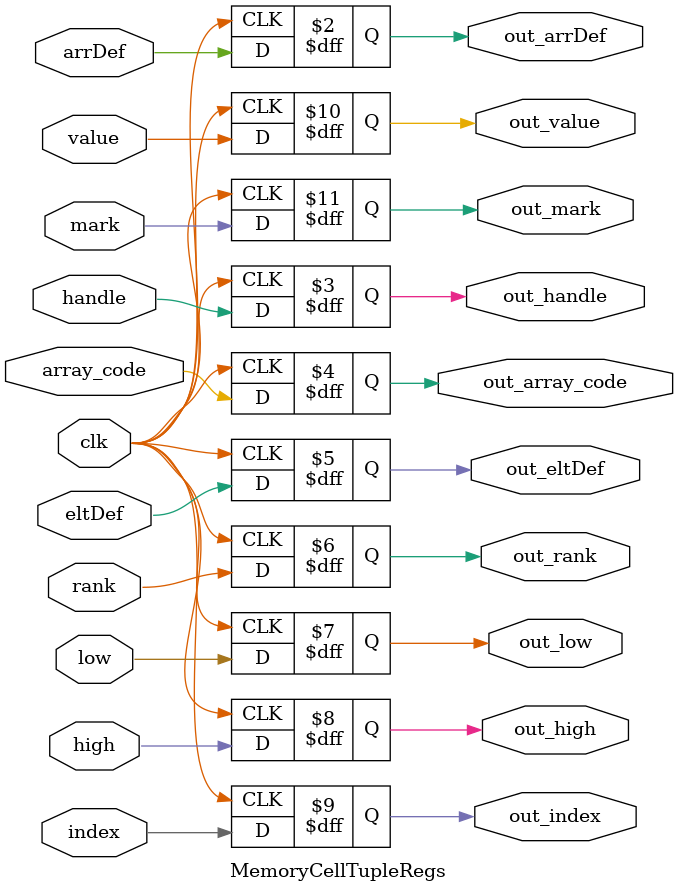
<source format=v>
`timescale 1ns / 1ps

//Implement latch for this! this will lock itself out

module MemoryCellTupleRegs(
        input clk,
        input arrDef,
        input handle,
        input array_code,
        input eltDef,
        input rank,
        input low,
        input high,
        input index,
        input value,
        input mark,
        
        output reg out_arrDef,
        output reg out_handle,
        output reg out_array_code,
        output reg out_eltDef,
        output reg out_rank,
        output reg out_low,
        output reg out_high,
        output reg out_index,
        output reg out_value,
        output reg out_mark
    );
        
    always @ (posedge clk)
        begin
            out_arrDef <= arrDef;    
            out_handle <= handle;        
            out_array_code <= array_code;
            out_eltDef <= eltDef;
            out_rank <= rank;
            out_low <= low;
            out_high <= high;
            out_index <= index;
            out_value <= value;
            out_mark <= mark;
        end
            
    
    
endmodule

</source>
